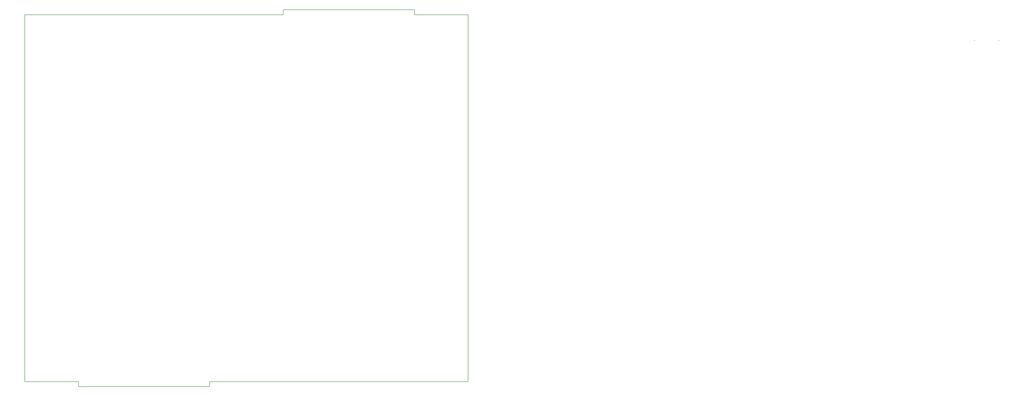
<source format=gm1>
%TF.GenerationSoftware,KiCad,Pcbnew,(6.0.0-rc1-392-g84e0feeee6)*%
%TF.CreationDate,2021-12-10T20:28:18+07:00*%
%TF.ProjectId,Ambino Fan HUB CH552G_Pannelize,416d6269-6e6f-4204-9661-6e2048554220,rev?*%
%TF.SameCoordinates,Original*%
%TF.FileFunction,Profile,NP*%
%FSLAX46Y46*%
G04 Gerber Fmt 4.6, Leading zero omitted, Abs format (unit mm)*
G04 Created by KiCad (PCBNEW (6.0.0-rc1-392-g84e0feeee6)) date 2021-12-10 20:28:18*
%MOMM*%
%LPD*%
G01*
G04 APERTURE LIST*
%TA.AperFunction,Profile*%
%ADD10C,0.050000*%
%TD*%
%ADD11C,0.200000*%
G04 APERTURE END LIST*
D10*
X88849680Y-91350000D02*
X88844750Y-53998000D01*
X179019680Y-91350000D02*
X179014750Y-54252000D01*
X179019680Y-91350000D02*
X179019680Y-128688000D01*
X179019680Y-128688000D02*
X126441680Y-128688000D01*
X88849680Y-128688000D02*
X88849680Y-128434000D01*
X126441680Y-128688000D02*
X126441680Y-129704000D01*
X99771680Y-128688000D02*
X88849680Y-128688000D01*
X99771680Y-129704000D02*
X99771680Y-128688000D01*
X88849680Y-128434000D02*
X88849680Y-91350000D01*
X126441680Y-129704000D02*
X99771680Y-129704000D01*
X168092750Y-52982000D02*
X168092750Y-53998000D01*
D11*
X282085051Y-59270030D02*
X282085051Y-59270030D01*
D10*
X88844750Y-53998000D02*
X141422750Y-53998000D01*
X141422750Y-53998000D02*
X141422750Y-52982000D01*
D11*
X287085091Y-59270030D02*
X287085091Y-59270030D01*
D10*
X179014750Y-53998000D02*
X179014750Y-54252000D01*
X141422750Y-52982000D02*
X168092750Y-52982000D01*
X168092750Y-53998000D02*
X179014750Y-53998000D01*
M02*

</source>
